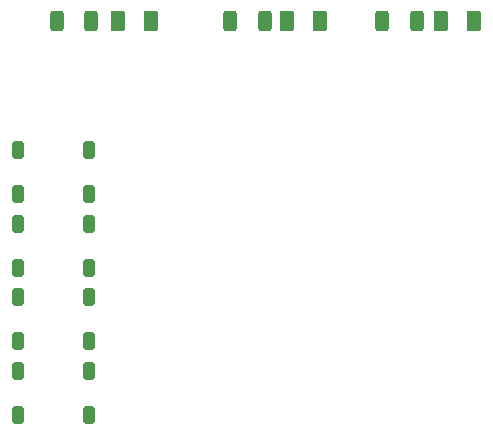
<source format=gbr>
%TF.GenerationSoftware,KiCad,Pcbnew,7.0.8*%
%TF.CreationDate,2023-11-29T21:04:09-06:00*%
%TF.ProjectId,Clock1_v2,436c6f63-6b31-45f7-9632-2e6b69636164,rev?*%
%TF.SameCoordinates,Original*%
%TF.FileFunction,Paste,Bot*%
%TF.FilePolarity,Positive*%
%FSLAX46Y46*%
G04 Gerber Fmt 4.6, Leading zero omitted, Abs format (unit mm)*
G04 Created by KiCad (PCBNEW 7.0.8) date 2023-11-29 21:04:09*
%MOMM*%
%LPD*%
G01*
G04 APERTURE LIST*
G04 Aperture macros list*
%AMRoundRect*
0 Rectangle with rounded corners*
0 $1 Rounding radius*
0 $2 $3 $4 $5 $6 $7 $8 $9 X,Y pos of 4 corners*
0 Add a 4 corners polygon primitive as box body*
4,1,4,$2,$3,$4,$5,$6,$7,$8,$9,$2,$3,0*
0 Add four circle primitives for the rounded corners*
1,1,$1+$1,$2,$3*
1,1,$1+$1,$4,$5*
1,1,$1+$1,$6,$7*
1,1,$1+$1,$8,$9*
0 Add four rect primitives between the rounded corners*
20,1,$1+$1,$2,$3,$4,$5,0*
20,1,$1+$1,$4,$5,$6,$7,0*
20,1,$1+$1,$6,$7,$8,$9,0*
20,1,$1+$1,$8,$9,$2,$3,0*%
G04 Aperture macros list end*
%ADD10RoundRect,0.250000X0.312500X0.625000X-0.312500X0.625000X-0.312500X-0.625000X0.312500X-0.625000X0*%
%ADD11RoundRect,0.250000X0.375000X0.625000X-0.375000X0.625000X-0.375000X-0.625000X0.375000X-0.625000X0*%
%ADD12RoundRect,0.250000X0.250000X0.512000X-0.250000X0.512000X-0.250000X-0.512000X0.250000X-0.512000X0*%
G04 APERTURE END LIST*
D10*
%TO.C,R10*%
X138262500Y-81600000D03*
X135337500Y-81600000D03*
%TD*%
D11*
%TO.C,D6*%
X130100000Y-81600000D03*
X127300000Y-81600000D03*
%TD*%
D12*
%TO.C,SW3*%
X110475000Y-92578000D03*
X104475000Y-92578000D03*
X110475000Y-96278000D03*
X104475000Y-96278000D03*
%TD*%
%TO.C,SW6*%
X110475000Y-111250000D03*
X104475000Y-111250000D03*
X110475000Y-114950000D03*
X104475000Y-114950000D03*
%TD*%
%TO.C,SW5*%
X110475000Y-105026000D03*
X104475000Y-105026000D03*
X110475000Y-108726000D03*
X104475000Y-108726000D03*
%TD*%
D11*
%TO.C,D5*%
X143100000Y-81600000D03*
X140300000Y-81600000D03*
%TD*%
D10*
%TO.C,R9*%
X110700000Y-81600000D03*
X107775000Y-81600000D03*
%TD*%
D12*
%TO.C,SW4*%
X110475000Y-98802000D03*
X104475000Y-98802000D03*
X110475000Y-102502000D03*
X104475000Y-102502000D03*
%TD*%
D11*
%TO.C,D4*%
X115800000Y-81600000D03*
X113000000Y-81600000D03*
%TD*%
D10*
%TO.C,R11*%
X125400000Y-81600000D03*
X122475000Y-81600000D03*
%TD*%
M02*

</source>
